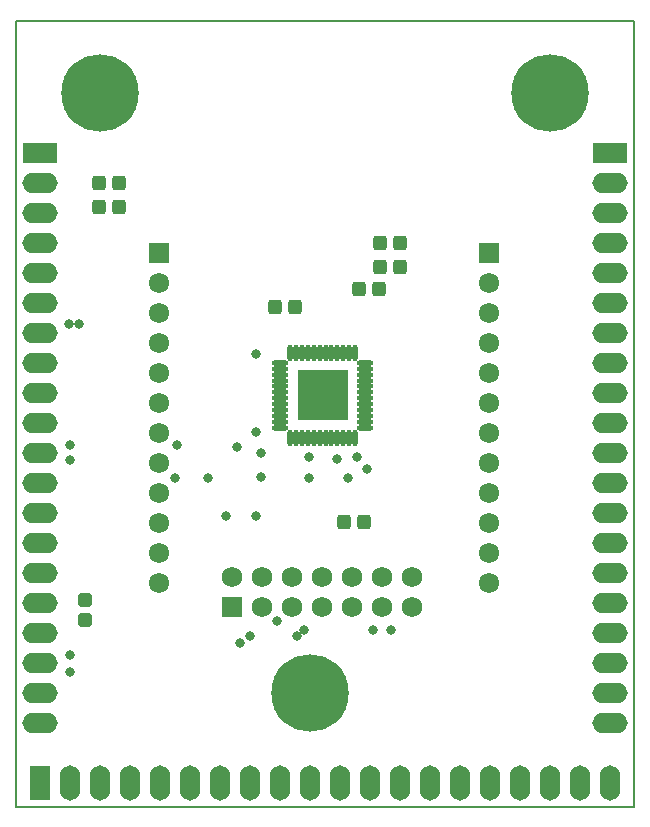
<source format=gts>
G04 Layer_Color=8388736*
%FSLAX25Y25*%
%MOIN*%
G70*
G01*
G75*
%ADD20C,0.00500*%
G04:AMPARAMS|DCode=38|XSize=47.37mil|YSize=43.43mil|CornerRadius=8.43mil|HoleSize=0mil|Usage=FLASHONLY|Rotation=270.000|XOffset=0mil|YOffset=0mil|HoleType=Round|Shape=RoundedRectangle|*
%AMROUNDEDRECTD38*
21,1,0.04737,0.02657,0,0,270.0*
21,1,0.03051,0.04343,0,0,270.0*
1,1,0.01686,-0.01329,-0.01526*
1,1,0.01686,-0.01329,0.01526*
1,1,0.01686,0.01329,0.01526*
1,1,0.01686,0.01329,-0.01526*
%
%ADD38ROUNDEDRECTD38*%
G04:AMPARAMS|DCode=39|XSize=47.37mil|YSize=43.43mil|CornerRadius=8.43mil|HoleSize=0mil|Usage=FLASHONLY|Rotation=0.000|XOffset=0mil|YOffset=0mil|HoleType=Round|Shape=RoundedRectangle|*
%AMROUNDEDRECTD39*
21,1,0.04737,0.02657,0,0,0.0*
21,1,0.03051,0.04343,0,0,0.0*
1,1,0.01686,0.01526,-0.01329*
1,1,0.01686,-0.01526,-0.01329*
1,1,0.01686,-0.01526,0.01329*
1,1,0.01686,0.01526,0.01329*
%
%ADD39ROUNDEDRECTD39*%
%ADD40R,0.16942X0.16942*%
%ADD41O,0.01784X0.05524*%
%ADD42O,0.05524X0.01784*%
%ADD43R,0.06784X0.06784*%
%ADD44C,0.06784*%
%ADD45C,0.06902*%
%ADD46R,0.06902X0.06902*%
%ADD47C,0.25800*%
%ADD48O,0.11800X0.06800*%
%ADD49R,0.11800X0.06800*%
%ADD50O,0.06800X0.11800*%
%ADD51R,0.06800X0.11800*%
%ADD52C,0.03200*%
%ADD53C,0.03162*%
D20*
X100000Y100000D02*
X306000D01*
Y362000D01*
X100000D02*
X306000D01*
X100000Y100000D02*
Y362000D01*
D38*
X134346Y300000D02*
D03*
X127654D02*
D03*
X186153Y266500D02*
D03*
X192847D02*
D03*
X221153Y288000D02*
D03*
X227847D02*
D03*
X221153Y280000D02*
D03*
X227847D02*
D03*
X220847Y272500D02*
D03*
X214154D02*
D03*
X134346Y308000D02*
D03*
X127654D02*
D03*
X209154Y195000D02*
D03*
X215846D02*
D03*
D39*
X123000Y162153D02*
D03*
Y168846D02*
D03*
D40*
X202110Y237075D02*
D03*
D41*
X191284Y251150D02*
D03*
X193252D02*
D03*
X195220D02*
D03*
X197189D02*
D03*
X199158D02*
D03*
X201126D02*
D03*
X203095D02*
D03*
X205063D02*
D03*
X207031D02*
D03*
X209000D02*
D03*
X210968D02*
D03*
X212937D02*
D03*
Y223000D02*
D03*
X210968D02*
D03*
X209000D02*
D03*
X207031D02*
D03*
X205063D02*
D03*
X203095D02*
D03*
X201126D02*
D03*
X199158D02*
D03*
X197189D02*
D03*
X195220D02*
D03*
X193252D02*
D03*
X191284D02*
D03*
D42*
X216185Y247902D02*
D03*
Y245933D02*
D03*
Y243965D02*
D03*
Y241996D02*
D03*
Y240028D02*
D03*
Y238059D02*
D03*
Y236090D02*
D03*
Y234122D02*
D03*
Y232154D02*
D03*
Y230185D02*
D03*
Y228217D02*
D03*
Y226248D02*
D03*
X188035D02*
D03*
Y228217D02*
D03*
Y230185D02*
D03*
Y232154D02*
D03*
Y234122D02*
D03*
Y236090D02*
D03*
Y238059D02*
D03*
Y240028D02*
D03*
Y241996D02*
D03*
Y243965D02*
D03*
Y245933D02*
D03*
Y247902D02*
D03*
D43*
X257500Y284500D02*
D03*
X147500D02*
D03*
D44*
X257500Y274500D02*
D03*
Y264500D02*
D03*
Y254500D02*
D03*
Y244500D02*
D03*
Y234500D02*
D03*
Y224500D02*
D03*
Y214500D02*
D03*
Y204500D02*
D03*
Y194500D02*
D03*
Y184500D02*
D03*
Y174500D02*
D03*
X147500Y274500D02*
D03*
Y264500D02*
D03*
Y254500D02*
D03*
Y244500D02*
D03*
Y234500D02*
D03*
Y224500D02*
D03*
Y214500D02*
D03*
Y204500D02*
D03*
Y194500D02*
D03*
Y184500D02*
D03*
Y174500D02*
D03*
D45*
X232000Y176500D02*
D03*
X222000D02*
D03*
X212000D02*
D03*
X202000D02*
D03*
X192000D02*
D03*
X182000D02*
D03*
X172000D02*
D03*
X232000Y166500D02*
D03*
X222000D02*
D03*
X212000D02*
D03*
X202000D02*
D03*
X192000D02*
D03*
X182000D02*
D03*
D46*
X172000D02*
D03*
D47*
X278000Y338000D02*
D03*
X128000D02*
D03*
X198000Y138000D02*
D03*
D48*
X298000Y128000D02*
D03*
Y138000D02*
D03*
Y148000D02*
D03*
Y158000D02*
D03*
Y168000D02*
D03*
Y178000D02*
D03*
Y188000D02*
D03*
Y198000D02*
D03*
Y208000D02*
D03*
Y218000D02*
D03*
Y228000D02*
D03*
Y238000D02*
D03*
Y248000D02*
D03*
Y258000D02*
D03*
Y268000D02*
D03*
Y278000D02*
D03*
Y288000D02*
D03*
Y298000D02*
D03*
Y308000D02*
D03*
X108000Y128000D02*
D03*
Y138000D02*
D03*
Y148000D02*
D03*
Y158000D02*
D03*
Y168000D02*
D03*
Y178000D02*
D03*
Y188000D02*
D03*
Y198000D02*
D03*
Y208000D02*
D03*
Y218000D02*
D03*
Y228000D02*
D03*
Y238000D02*
D03*
Y248000D02*
D03*
Y258000D02*
D03*
Y268000D02*
D03*
Y278000D02*
D03*
Y288000D02*
D03*
Y298000D02*
D03*
Y308000D02*
D03*
D49*
X298000Y318000D02*
D03*
X108000D02*
D03*
D50*
X298000Y108000D02*
D03*
X288000D02*
D03*
X278000D02*
D03*
X268000D02*
D03*
X258000D02*
D03*
X248000D02*
D03*
X238000D02*
D03*
X228000D02*
D03*
X218000D02*
D03*
X208000D02*
D03*
X198000D02*
D03*
X188000D02*
D03*
X178000D02*
D03*
X168000D02*
D03*
X158000D02*
D03*
X148000D02*
D03*
X138000D02*
D03*
X128000D02*
D03*
X118000D02*
D03*
D51*
X108000D02*
D03*
D52*
X181500Y218000D02*
D03*
Y210000D02*
D03*
X180000Y197000D02*
D03*
Y225000D02*
D03*
Y251000D02*
D03*
X219000Y159000D02*
D03*
X225000D02*
D03*
X207000Y216000D02*
D03*
X213500Y216500D02*
D03*
X197500D02*
D03*
X217000Y212500D02*
D03*
X210500Y209500D02*
D03*
X197500D02*
D03*
X164000D02*
D03*
X153000D02*
D03*
X187000Y162000D02*
D03*
X174500Y154500D02*
D03*
X196000Y159000D02*
D03*
X118000Y150500D02*
D03*
Y145000D02*
D03*
X193500Y157000D02*
D03*
X178000D02*
D03*
X173500Y220000D02*
D03*
X153500Y220500D02*
D03*
X118000Y215500D02*
D03*
Y220500D02*
D03*
X121000Y261000D02*
D03*
X117500D02*
D03*
X170000Y197000D02*
D03*
D53*
X208606Y230579D02*
D03*
X204276D02*
D03*
X199945D02*
D03*
X195614D02*
D03*
X208606Y234910D02*
D03*
X204276D02*
D03*
X199945D02*
D03*
X195614D02*
D03*
X208606Y239240D02*
D03*
X204276D02*
D03*
X199945D02*
D03*
X195614D02*
D03*
X208606Y243571D02*
D03*
X204276D02*
D03*
X199945D02*
D03*
X195614D02*
D03*
M02*

</source>
